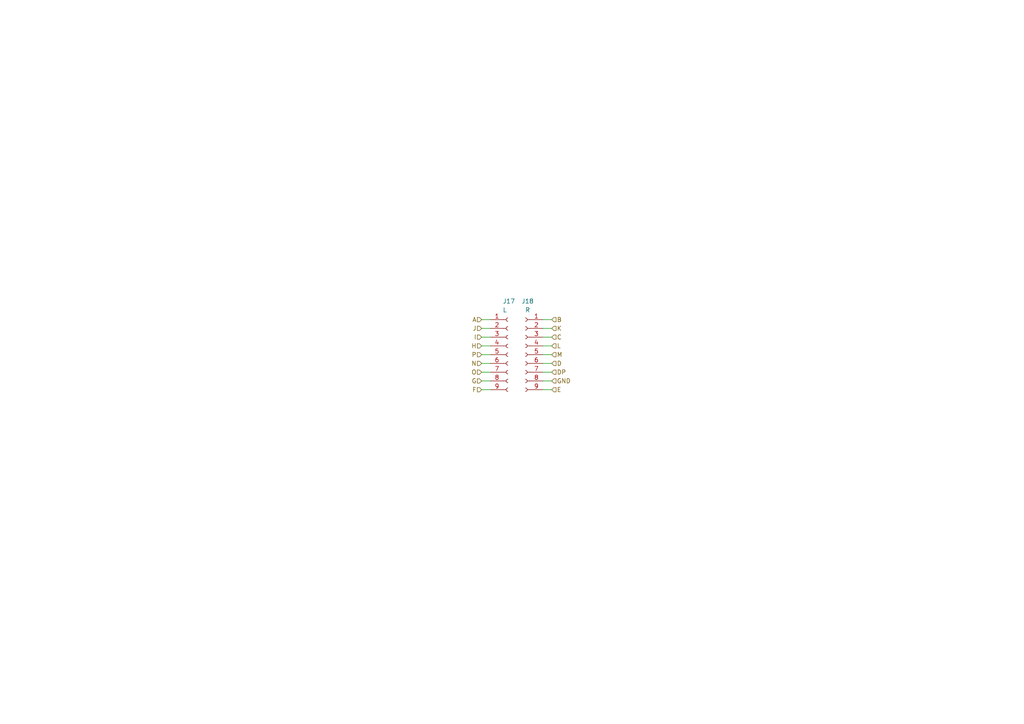
<source format=kicad_sch>
(kicad_sch (version 20230121) (generator eeschema)
  (paper "A4")
  (lib_symbols
    (symbol "Connector:Conn_01x09_Female" (pin_names (offset 1.016) hide)
      (property "Reference" "J" (at 0 12.7 0))
      (property "Value" "Conn_01x09_Female" (at 0 -12.7 0))
      (symbol "Conn_01x09_Female_1_1"
        (arc (start 0 -9.652) (mid -0.5058 -10.16) (end 0 -10.668) (stroke (width 0.1524)))
        (arc (start 0 -7.112) (mid -0.5058 -7.62) (end 0 -8.128) (stroke (width 0.1524)))
        (arc (start 0 -4.572) (mid -0.5058 -5.08) (end 0 -5.588) (stroke (width 0.1524)))
        (arc (start 0 -2.032) (mid -0.5058 -2.54) (end 0 -3.048) (stroke (width 0.1524)))
        (polyline (pts (xy -1.27 -10.16) (xy -0.508 -10.16)) (stroke (width 0.1524)))
        (polyline (pts (xy -1.27 -7.62) (xy -0.508 -7.62)) (stroke (width 0.1524)))
        (polyline (pts (xy -1.27 -5.08) (xy -0.508 -5.08)) (stroke (width 0.1524)))
        (polyline (pts (xy -1.27 -2.54) (xy -0.508 -2.54)) (stroke (width 0.1524)))
        (polyline (pts (xy -1.27 0) (xy -0.508 0)) (stroke (width 0.1524)))
        (polyline (pts (xy -1.27 2.54) (xy -0.508 2.54)) (stroke (width 0.1524)))
        (polyline (pts (xy -1.27 5.08) (xy -0.508 5.08)) (stroke (width 0.1524)))
        (polyline (pts (xy -1.27 7.62) (xy -0.508 7.62)) (stroke (width 0.1524)))
        (polyline (pts (xy -1.27 10.16) (xy -0.508 10.16)) (stroke (width 0.1524)))
        (arc (start 0 0.508) (mid -0.5058 0) (end 0 -0.508) (stroke (width 0.1524)))
        (arc (start 0 3.048) (mid -0.5058 2.54) (end 0 2.032) (stroke (width 0.1524)))
        (arc (start 0 5.588) (mid -0.5058 5.08) (end 0 4.572) (stroke (width 0.1524)))
        (arc (start 0 8.128) (mid -0.5058 7.62) (end 0 7.112) (stroke (width 0.1524)))
        (arc (start 0 10.668) (mid -0.5058 10.16) (end 0 9.652) (stroke (width 0.1524)))
        (pin passive line (at -5.08 10.16 0) (length 3.81) (name "Pin_1") (number "1"))
        (pin passive line (at -5.08 7.62 0) (length 3.81) (name "Pin_2") (number "2"))
        (pin passive line (at -5.08 5.08 0) (length 3.81) (name "Pin_3") (number "3"))
        (pin passive line (at -5.08 2.54 0) (length 3.81) (name "Pin_4") (number "4"))
        (pin passive line (at -5.08 0 0) (length 3.81) (name "Pin_5") (number "5"))
        (pin passive line (at -5.08 -2.54 0) (length 3.81) (name "Pin_6") (number "6"))
        (pin passive line (at -5.08 -5.08 0) (length 3.81) (name "Pin_7") (number "7"))
        (pin passive line (at -5.08 -7.62 0) (length 3.81) (name "Pin_8") (number "8"))
        (pin passive line (at -5.08 -10.16 0) (length 3.81) (name "Pin_9") (number "9"))
      )
    )
  )
  (wire (pts (xy 157.48 113.03) (xy 160.02 113.03)))
  (wire (pts (xy 139.7 97.79) (xy 142.24 97.79)))
  (wire (pts (xy 139.7 100.33) (xy 142.24 100.33)))
  (wire (pts (xy 139.7 102.87) (xy 142.24 102.87)))
  (wire (pts (xy 139.7 107.95) (xy 142.24 107.95)))
  (wire (pts (xy 157.48 105.41) (xy 160.02 105.41)))
  (wire (pts (xy 157.48 102.87) (xy 160.02 102.87)))
  (wire (pts (xy 157.48 97.79) (xy 160.02 97.79)))
  (wire (pts (xy 139.7 95.25) (xy 142.24 95.25)))
  (wire (pts (xy 139.7 113.03) (xy 142.24 113.03)))
  (wire (pts (xy 157.48 100.33) (xy 160.02 100.33)))
  (wire (pts (xy 157.48 107.95) (xy 160.02 107.95)))
  (wire (pts (xy 139.7 105.41) (xy 142.24 105.41)))
  (wire (pts (xy 157.48 92.71) (xy 160.02 92.71)))
  (wire (pts (xy 157.48 110.49) (xy 160.02 110.49)))
  (wire (pts (xy 139.7 110.49) (xy 142.24 110.49)))
  (wire (pts (xy 157.48 95.25) (xy 160.02 95.25)))
  (wire (pts (xy 139.7 92.71) (xy 142.24 92.71)))
  (hierarchical_label "DP" (shape input) (at 160.02 107.95 0))
  (hierarchical_label "F" (shape input) (at 139.7 113.03 180))
  (hierarchical_label "J" (shape input) (at 139.7 95.25 180))
  (hierarchical_label "P" (shape input) (at 139.7 102.87 180))
  (hierarchical_label "L" (shape input) (at 160.02 100.33 0))
  (hierarchical_label "O" (shape input) (at 139.7 107.95 180))
  (hierarchical_label "G" (shape input) (at 139.7 110.49 180))
  (hierarchical_label "B" (shape input) (at 160.02 92.71 0))
  (hierarchical_label "N" (shape input) (at 139.7 105.41 180))
  (hierarchical_label "GND" (shape input) (at 160.02 110.49 0))
  (hierarchical_label "C" (shape input) (at 160.02 97.79 0))
  (hierarchical_label "E" (shape input) (at 160.02 113.03 0))
  (hierarchical_label "A" (shape input) (at 139.7 92.71 180))
  (hierarchical_label "H" (shape input) (at 139.7 100.33 180))
  (hierarchical_label "D" (shape input) (at 160.02 105.41 0))
  (hierarchical_label "I" (shape input) (at 139.7 97.79 180))
  (hierarchical_label "K" (shape input) (at 160.02 95.25 0))
  (hierarchical_label "M" (shape input) (at 160.02 102.87 0))
  (symbol (lib_id "Connector:Conn_01x09_Female") (at 147.32 102.87 0) (unit 1)
    (property "Reference" "J17" (at 145.796 87.376 0) (effects (justify left)))
    (property "Value" "L" (at 145.796 89.916 0) (effects (justify left)))
    (property "Footprint" "Connector_PinSocket_2.54mm:PinSocket_1x09_P2.54mm_Vertical_SMD_Pin1Right" (effects hide))
    (instances (project "display_group" (path "" (reference "J17") (unit 1)) (path "" (reference "J7") (unit 1)) (path "" (reference "J5") (unit 1)) (path "" (reference "J1") (unit 1))))
  )
  (symbol (lib_id "Connector:Conn_01x09_Female") (at 152.4 102.87 0) (mirror y) (unit 1)
    (property "Reference" "J18" (at 153.035 87.376 0))
    (property "Value" "R" (at 153.035 89.916 0))
    (property "Footprint" "Connector_PinSocket_2.54mm:PinSocket_1x09_P2.54mm_Vertical_SMD_Pin1Right" (effects hide))
    (instances (project "display_group" (path "" (reference "J18") (unit 1)) (path "" (reference "J16") (unit 1)) (path "" (reference "J6") (unit 1)) (path "" (reference "J2") (unit 1))))
  )
)
</source>
